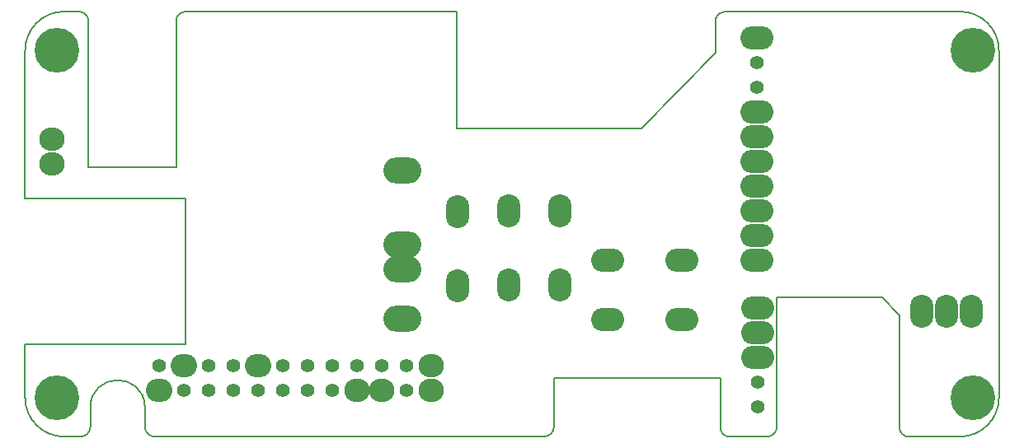
<source format=gts>
%TF.GenerationSoftware,KiCad,Pcbnew,(5.0.0)*%
%TF.CreationDate,2019-07-04T13:56:56+02:00*%
%TF.ProjectId,Gnu vario V1.10,476E7520766172696F2056312E31302E,V 1.4*%
%TF.SameCoordinates,Original*%
%TF.FileFunction,Soldermask,Top*%
%TF.FilePolarity,Negative*%
%FSLAX46Y46*%
G04 Gerber Fmt 4.6, Leading zero omitted, Abs format (unit mm)*
G04 Created by KiCad (PCBNEW (5.0.0)) date 07/04/19 13:56:56*
%MOMM*%
%LPD*%
G01*
G04 APERTURE LIST*
%ADD10C,0.150000*%
%ADD11C,1.400000*%
%ADD12O,3.400000X2.400000*%
%ADD13O,2.600000X2.400000*%
%ADD14C,4.600000*%
%ADD15O,2.700000X2.400000*%
%ADD16O,2.400000X3.400000*%
%ADD17O,3.900000X2.700000*%
G04 APERTURE END LIST*
D10*
X162700000Y-95300000D02*
X173500000Y-95300000D01*
X162700000Y-108600000D02*
G75*
G02X161700000Y-109600000I-1000000J0D01*
G01*
X176200000Y-109600000D02*
G75*
G02X175300000Y-108700000I0J900000D01*
G01*
X175300000Y-97100000D02*
X175300000Y-108700000D01*
X173500000Y-95300000D02*
X175300000Y-97100000D01*
X162700000Y-95300000D02*
X162700000Y-108600000D01*
X157800000Y-109600000D02*
G75*
G02X156900000Y-108700000I0J900000D01*
G01*
X85500000Y-69900000D02*
X85500000Y-85100000D01*
X102000000Y-100100000D02*
X85500000Y-100100000D01*
X102000000Y-85100000D02*
X102000000Y-100100000D01*
X101000000Y-85100000D02*
X102000000Y-85100000D01*
X101000000Y-85100000D02*
X85500000Y-85100000D01*
X148800000Y-77900000D02*
X156400000Y-70100000D01*
X129800000Y-77900000D02*
X148800000Y-77900000D01*
X129800000Y-65900000D02*
X129800000Y-77900000D01*
X157800000Y-109600000D02*
X161700000Y-109600000D01*
X175700000Y-65900000D02*
X162400000Y-65900000D01*
X162400000Y-65900000D02*
X157400000Y-65900000D01*
X156402857Y-66600886D02*
G75*
G02X157400000Y-65900000I952331J-295115D01*
G01*
X156400000Y-66600000D02*
X156400000Y-70100000D01*
X98800000Y-109600000D02*
G75*
G02X97800000Y-108600000I0J1000000D01*
G01*
X92198215Y-108600000D02*
G75*
G02X91198215Y-109600000I-1000000J0D01*
G01*
X92198215Y-106600000D02*
G75*
G02X97800000Y-106500000I2801785J0D01*
G01*
X97800000Y-108600000D02*
X97800000Y-106500000D01*
X92200000Y-108600000D02*
X92198215Y-106600000D01*
X139800000Y-108600000D02*
G75*
G02X138800000Y-109600000I-1000000J0D01*
G01*
X101000000Y-66900000D02*
G75*
G02X102000000Y-65900000I1000000J0D01*
G01*
X91000000Y-65900000D02*
G75*
G02X92000000Y-66900000I0J-1000000D01*
G01*
X85500000Y-69900000D02*
G75*
G02X89500000Y-65900000I4000000J0D01*
G01*
X89500000Y-109600000D02*
G75*
G02X85500000Y-105600000I0J4000000D01*
G01*
X185500000Y-105600000D02*
G75*
G02X181500000Y-109600000I-4000000J0D01*
G01*
X181500000Y-65900000D02*
G75*
G02X185500000Y-69900000I0J-4000000D01*
G01*
X156900000Y-103600000D02*
X139800000Y-103600000D01*
X139800000Y-103600000D02*
X139800000Y-108600000D01*
X156900000Y-108700000D02*
X156900000Y-103600000D01*
X138800000Y-109600000D02*
X98800000Y-109600000D01*
X181500000Y-109600000D02*
X176200000Y-109600000D01*
X185500000Y-69900000D02*
X185500000Y-105600000D01*
X175700000Y-65900000D02*
X181500000Y-65900000D01*
X102000000Y-65900000D02*
X129800000Y-65900000D01*
X101000000Y-81900000D02*
X101000000Y-66900000D01*
X92000000Y-81900000D02*
X101000000Y-81900000D01*
X92000000Y-66900000D02*
X92000000Y-81900000D01*
X89500000Y-65900000D02*
X91000000Y-65900000D01*
X85500000Y-105600000D02*
X85500000Y-100100000D01*
X91200000Y-109600000D02*
X89500000Y-109600000D01*
D11*
X160660000Y-71140000D03*
X160660000Y-73680000D03*
D12*
X160660000Y-88920000D03*
X160660000Y-86380000D03*
X160660000Y-91460000D03*
X160660000Y-81300000D03*
X160660000Y-78760000D03*
X160660000Y-83840000D03*
X160660000Y-76220000D03*
X160660000Y-68600000D03*
D13*
X88260000Y-81580000D03*
X88260000Y-79040000D03*
D14*
X88800000Y-105600000D03*
X88800000Y-69900000D03*
X182800000Y-69900000D03*
X182800000Y-105600000D03*
D11*
X99244546Y-102344532D03*
X104324546Y-102344532D03*
X106864546Y-102344532D03*
X124644546Y-104884532D03*
X124644546Y-102344532D03*
X122104546Y-102344532D03*
X111944546Y-102344532D03*
X114484546Y-102344532D03*
X119564546Y-102344532D03*
X117024546Y-102344532D03*
X117024546Y-104884532D03*
X114484546Y-104884532D03*
X111944546Y-104884532D03*
X109404546Y-104884532D03*
X106864546Y-104884532D03*
X104324546Y-104884532D03*
X101784546Y-104884532D03*
D13*
X127184546Y-102334532D03*
X127184546Y-104874532D03*
D15*
X99244546Y-104884532D03*
D13*
X122104546Y-104874532D03*
X119564546Y-104874532D03*
D15*
X109404546Y-102334532D03*
X101784546Y-102334532D03*
D11*
X160700000Y-106580000D03*
X160700000Y-104040000D03*
D12*
X160700000Y-96420000D03*
X160700000Y-101500000D03*
X160700000Y-98960000D03*
X152950000Y-97570000D03*
X145330000Y-97570000D03*
X152950000Y-91510000D03*
X145330000Y-91510000D03*
D16*
X140390000Y-94040000D03*
X140390000Y-86420000D03*
X135130000Y-94040000D03*
X135130000Y-86420000D03*
D17*
X124210000Y-97470000D03*
X124210000Y-92390000D03*
X124210000Y-89850000D03*
X124210000Y-82230000D03*
D16*
X129890000Y-94070000D03*
X129890000Y-86450000D03*
X177580000Y-96740000D03*
X180120000Y-96740000D03*
X182660000Y-96740000D03*
M02*

</source>
